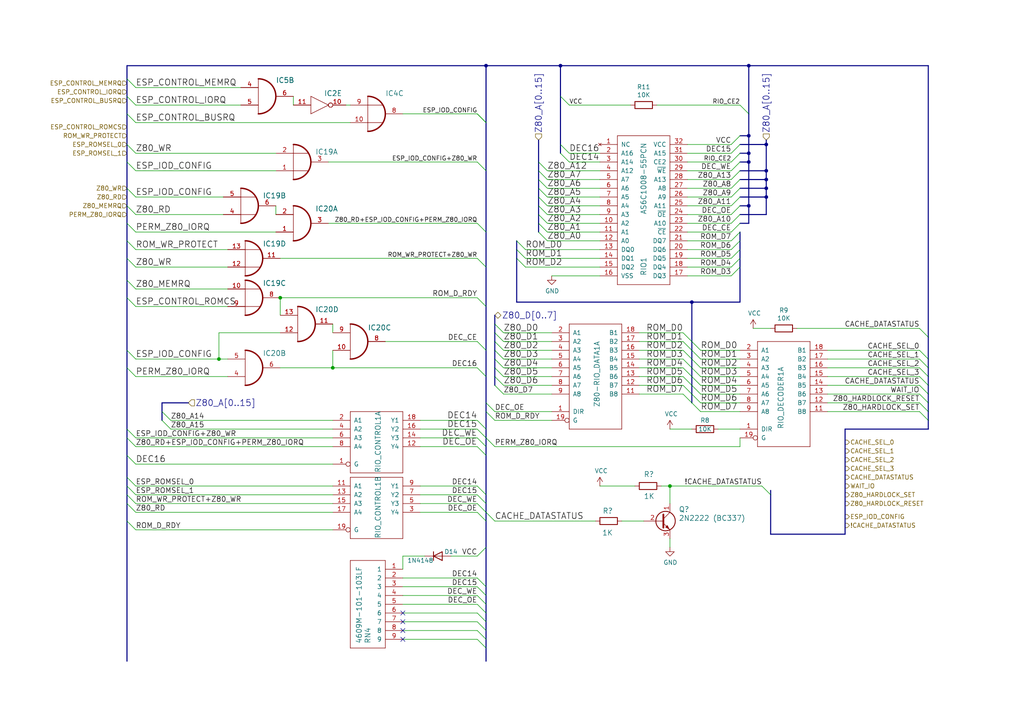
<source format=kicad_sch>
(kicad_sch (version 20230121) (generator eeschema)
  (paper "A4")
  (junction (at 217.17 39.37))
  (junction (at 222.25 57.15))
  (junction (at 217.17 19.05))
  (junction (at 217.17 59.69))
  (junction (at 222.25 49.53))
  (junction (at 96.52 106.68))
  (junction (at 217.17 44.45))
  (junction (at 81.28 86.36))
  (junction (at 222.25 54.61))
  (junction (at 140.97 19.05))
  (junction (at 200.66 87.63))
  (junction (at 194.31 140.97))
  (junction (at 63.5 104.14))
  (junction (at 222.25 52.07))
  (junction (at 222.25 41.91))
  (junction (at 217.17 46.99))
  (junction (at 162.56 19.05))
  (no_connect (at 116.84 182.88))
  (no_connect (at 116.84 177.8))
  (no_connect (at 116.84 185.42))
  (no_connect (at 116.84 180.34))
  (bus_entry (at 138.43 129.54) (size 2.54 2.54))
  (bus_entry (at 156.21 46.99) (size 2.54 2.54))
  (bus_entry (at 138.43 46.99) (size 2.54 2.54))
  (bus_entry (at 36.83 101.6) (size 2.54 2.54))
  (bus_entry (at 39.37 67.31) (size -2.54 -2.54))
  (bus_entry (at 200.66 104.14) (size 2.54 2.54))
  (bus_entry (at 156.21 62.23) (size 2.54 2.54))
  (bus_entry (at 212.09 46.99) (size 2.54 -2.54))
  (bus_entry (at 36.83 54.61) (size 2.54 2.54))
  (bus_entry (at 212.09 64.77) (size 2.54 -2.54))
  (bus_entry (at 212.09 80.01) (size 2.54 -2.54))
  (bus_entry (at 143.51 99.06) (size 2.54 2.54))
  (bus_entry (at 266.7 116.84) (size 2.54 2.54))
  (bus_entry (at 200.66 111.76) (size 2.54 2.54))
  (bus_entry (at 162.56 41.91) (size 2.54 2.54))
  (bus_entry (at 156.21 57.15) (size 2.54 2.54))
  (bus_entry (at 36.83 132.08) (size 2.54 2.54))
  (bus_entry (at 138.43 33.02) (size 2.54 2.54))
  (bus_entry (at 212.09 74.93) (size 2.54 -2.54))
  (bus_entry (at 138.43 146.05) (size 2.54 2.54))
  (bus_entry (at 214.63 30.48) (size 2.54 2.54))
  (bus_entry (at 143.51 111.76) (size 2.54 2.54))
  (bus_entry (at 212.09 44.45) (size 2.54 -2.54))
  (bus_entry (at 200.66 106.68) (size 2.54 2.54))
  (bus_entry (at 138.43 74.93) (size 2.54 2.54))
  (bus_entry (at 149.86 69.85) (size 2.54 2.54))
  (bus_entry (at 149.86 74.93) (size 2.54 2.54))
  (bus_entry (at 212.09 52.07) (size 2.54 -2.54))
  (bus_entry (at 200.66 109.22) (size 2.54 2.54))
  (bus_entry (at 140.97 170.18) (size -2.54 -2.54))
  (bus_entry (at 36.83 69.85) (size 2.54 2.54))
  (bus_entry (at 140.97 119.38) (size 2.54 2.54))
  (bus_entry (at 266.7 104.14) (size 2.54 2.54))
  (bus_entry (at 140.97 88.9) (size -2.54 -2.54))
  (bus_entry (at 266.7 111.76) (size 2.54 2.54))
  (bus_entry (at 212.09 72.39) (size 2.54 -2.54))
  (bus_entry (at 36.83 106.68) (size 2.54 2.54))
  (bus_entry (at 200.66 116.84) (size 2.54 2.54))
  (bus_entry (at 266.7 119.38) (size 2.54 2.54))
  (bus_entry (at 156.21 64.77) (size 2.54 2.54))
  (bus_entry (at 140.97 177.8) (size -2.54 -2.54))
  (bus_entry (at 36.83 74.93) (size 2.54 2.54))
  (bus_entry (at 198.12 104.14) (size 2.54 2.54))
  (bus_entry (at 198.12 106.68) (size 2.54 2.54))
  (bus_entry (at 200.66 114.3) (size 2.54 2.54))
  (bus_entry (at 140.97 109.22) (size -2.54 -2.54))
  (bus_entry (at 140.97 127) (size 2.54 2.54))
  (bus_entry (at 140.97 175.26) (size -2.54 -2.54))
  (bus_entry (at 266.7 106.68) (size 2.54 2.54))
  (bus_entry (at 143.51 106.68) (size 2.54 2.54))
  (bus_entry (at 138.43 148.59) (size 2.54 2.54))
  (bus_entry (at 140.97 116.84) (size 2.54 2.54))
  (bus_entry (at 212.09 77.47) (size 2.54 -2.54))
  (bus_entry (at 156.21 49.53) (size 2.54 2.54))
  (bus_entry (at 36.83 86.36) (size 2.54 2.54))
  (bus_entry (at 143.51 109.22) (size 2.54 2.54))
  (bus_entry (at 198.12 109.22) (size 2.54 2.54))
  (bus_entry (at 143.51 93.98) (size 2.54 2.54))
  (bus_entry (at 138.43 99.06) (size 2.54 2.54))
  (bus_entry (at 266.7 101.6) (size 2.54 2.54))
  (bus_entry (at 156.21 59.69) (size 2.54 2.54))
  (bus_entry (at 46.99 119.38) (size 2.54 2.54))
  (bus_entry (at 46.99 121.92) (size 2.54 2.54))
  (bus_entry (at 198.12 99.06) (size 2.54 2.54))
  (bus_entry (at 212.09 67.31) (size 2.54 -2.54))
  (bus_entry (at 162.56 27.94) (size 2.54 2.54))
  (bus_entry (at 198.12 101.6) (size 2.54 2.54))
  (bus_entry (at 143.51 101.6) (size 2.54 2.54))
  (bus_entry (at 266.7 109.22) (size 2.54 2.54))
  (bus_entry (at 156.21 67.31) (size 2.54 2.54))
  (bus_entry (at 36.83 127) (size 2.54 2.54))
  (bus_entry (at 138.43 127) (size 2.54 2.54))
  (bus_entry (at 198.12 114.3) (size 2.54 2.54))
  (bus_entry (at 138.43 64.77) (size 2.54 2.54))
  (bus_entry (at 36.83 41.91) (size 2.54 2.54))
  (bus_entry (at 140.97 180.34) (size -2.54 -2.54))
  (bus_entry (at 36.83 140.97) (size 2.54 2.54))
  (bus_entry (at 200.66 99.06) (size 2.54 2.54))
  (bus_entry (at 140.97 182.88) (size -2.54 -2.54))
  (bus_entry (at 138.43 121.92) (size 2.54 2.54))
  (bus_entry (at 266.7 95.25) (size 2.54 2.54))
  (bus_entry (at 212.09 59.69) (size 2.54 -2.54))
  (bus_entry (at 138.43 140.97) (size 2.54 2.54))
  (bus_entry (at 143.51 96.52) (size 2.54 2.54))
  (bus_entry (at 156.21 52.07) (size 2.54 2.54))
  (bus_entry (at 36.83 146.05) (size 2.54 2.54))
  (bus_entry (at 138.43 33.02) (size 2.54 2.54))
  (bus_entry (at 36.83 27.94) (size 2.54 2.54))
  (bus_entry (at 36.83 138.43) (size 2.54 2.54))
  (bus_entry (at 223.52 143.51) (size -2.54 -2.54))
  (bus_entry (at 140.97 148.59) (size 2.54 2.54))
  (bus_entry (at 143.51 104.14) (size 2.54 2.54))
  (bus_entry (at 266.7 114.3) (size 2.54 2.54))
  (bus_entry (at 212.09 54.61) (size 2.54 -2.54))
  (bus_entry (at 140.97 172.72) (size -2.54 -2.54))
  (bus_entry (at 138.43 161.29) (size 2.54 -2.54))
  (bus_entry (at 200.66 101.6) (size 2.54 2.54))
  (bus_entry (at 36.83 46.99) (size 2.54 2.54))
  (bus_entry (at 212.09 69.85) (size 2.54 -2.54))
  (bus_entry (at 162.56 44.45) (size 2.54 2.54))
  (bus_entry (at 198.12 96.52) (size 2.54 2.54))
  (bus_entry (at 140.97 185.42) (size -2.54 -2.54))
  (bus_entry (at 212.09 57.15) (size 2.54 -2.54))
  (bus_entry (at 36.83 22.86) (size 2.54 2.54))
  (bus_entry (at 156.21 54.61) (size 2.54 2.54))
  (bus_entry (at 212.09 41.91) (size 2.54 -2.54))
  (bus_entry (at 138.43 143.51) (size 2.54 2.54))
  (bus_entry (at 198.12 111.76) (size 2.54 2.54))
  (bus_entry (at 140.97 187.96) (size -2.54 -2.54))
  (bus_entry (at 212.09 62.23) (size 2.54 -2.54))
  (bus_entry (at 39.37 83.82) (size -2.54 -2.54))
  (bus_entry (at 36.83 59.69) (size 2.54 2.54))
  (bus_entry (at 36.83 124.46) (size 2.54 2.54))
  (bus_entry (at 149.86 72.39) (size 2.54 2.54))
  (bus_entry (at 36.83 33.02) (size 2.54 2.54))
  (bus_entry (at 212.09 49.53) (size 2.54 -2.54))
  (bus_entry (at 138.43 124.46) (size 2.54 2.54))
  (bus_entry (at 36.83 143.51) (size 2.54 2.54))
  (bus_entry (at 36.83 151.13) (size 2.54 2.54))
  (wire (pts (xy 64.77 57.15) (xy 39.37 57.15)))
  (bus (pts (xy 217.17 19.05) (xy 217.17 33.02)))
  (wire (pts (xy 101.6 35.56) (xy 39.37 35.56)))
  (wire (pts (xy 214.63 109.22) (xy 203.2 109.22)))
  (bus (pts (xy 269.24 121.92) (xy 269.24 124.46)))
  (wire (pts (xy 165.1 44.45) (xy 173.99 44.45)))
  (wire (pts (xy 160.02 109.22) (xy 146.05 109.22)))
  (wire (pts (xy 121.92 146.05) (xy 138.43 146.05)))
  (bus (pts (xy 36.83 22.86) (xy 36.83 27.94)))
  (bus (pts (xy 143.51 96.52) (xy 143.51 99.06)))
  (wire (pts (xy 214.63 111.76) (xy 203.2 111.76)))
  (wire (pts (xy 80.01 49.53) (xy 39.37 49.53)))
  (wire (pts (xy 138.43 106.68) (xy 96.52 106.68)))
  (wire (pts (xy 116.84 161.29) (xy 116.84 165.1)))
  (bus (pts (xy 269.24 104.14) (xy 269.24 106.68)))
  (bus (pts (xy 140.97 49.53) (xy 140.97 67.31)))
  (bus (pts (xy 162.56 27.94) (xy 162.56 41.91)))
  (bus (pts (xy 140.97 187.96) (xy 140.97 191.77)))
  (wire (pts (xy 185.42 106.68) (xy 198.12 106.68)))
  (bus (pts (xy 149.86 69.85) (xy 149.86 72.39)))
  (bus (pts (xy 140.97 177.8) (xy 140.97 180.34)))
  (wire (pts (xy 121.92 127) (xy 138.43 127)))
  (wire (pts (xy 165.1 30.48) (xy 182.88 30.48)))
  (bus (pts (xy 143.51 104.14) (xy 143.51 106.68)))
  (wire (pts (xy 116.84 185.42) (xy 138.43 185.42)))
  (bus (pts (xy 149.86 72.39) (xy 149.86 74.93)))
  (bus (pts (xy 269.24 111.76) (xy 269.24 114.3)))
  (bus (pts (xy 156.21 59.69) (xy 156.21 62.23)))
  (wire (pts (xy 185.42 109.22) (xy 198.12 109.22)))
  (wire (pts (xy 96.52 93.98) (xy 96.52 96.52)))
  (bus (pts (xy 36.83 101.6) (xy 36.83 106.68)))
  (bus (pts (xy 223.52 142.24) (xy 223.52 143.51)))
  (wire (pts (xy 214.63 106.68) (xy 203.2 106.68)))
  (bus (pts (xy 36.83 19.05) (xy 36.83 22.86)))
  (bus (pts (xy 140.97 109.22) (xy 140.97 116.84)))
  (wire (pts (xy 185.42 101.6) (xy 198.12 101.6)))
  (bus (pts (xy 140.97 148.59) (xy 140.97 151.13)))
  (bus (pts (xy 200.66 87.63) (xy 149.86 87.63)))
  (bus (pts (xy 156.21 57.15) (xy 156.21 59.69)))
  (wire (pts (xy 199.39 80.01) (xy 212.09 80.01)))
  (wire (pts (xy 199.39 72.39) (xy 212.09 72.39)))
  (bus (pts (xy 36.83 138.43) (xy 36.83 140.97)))
  (wire (pts (xy 212.09 64.77) (xy 199.39 64.77)))
  (wire (pts (xy 173.99 52.07) (xy 158.75 52.07)))
  (bus (pts (xy 156.21 46.99) (xy 156.21 49.53)))
  (bus (pts (xy 162.56 41.91) (xy 162.56 44.45)))
  (bus (pts (xy 214.63 54.61) (xy 222.25 54.61)))
  (wire (pts (xy 66.04 88.9) (xy 39.37 88.9)))
  (bus (pts (xy 214.63 72.39) (xy 214.63 74.93)))
  (wire (pts (xy 95.25 46.99) (xy 138.43 46.99)))
  (bus (pts (xy 140.97 19.05) (xy 36.83 19.05)))
  (wire (pts (xy 190.5 30.48) (xy 214.63 30.48)))
  (wire (pts (xy 121.92 121.92) (xy 138.43 121.92)))
  (wire (pts (xy 185.42 104.14) (xy 198.12 104.14)))
  (wire (pts (xy 143.51 129.54) (xy 214.63 129.54)))
  (wire (pts (xy 191.77 140.97) (xy 194.31 140.97)))
  (wire (pts (xy 194.31 146.05) (xy 194.31 140.97)))
  (bus (pts (xy 214.63 69.85) (xy 214.63 72.39)))
  (wire (pts (xy 66.04 83.82) (xy 39.37 83.82)))
  (bus (pts (xy 36.83 27.94) (xy 36.83 33.02)))
  (wire (pts (xy 173.99 49.53) (xy 158.75 49.53)))
  (wire (pts (xy 240.03 106.68) (xy 266.7 106.68)))
  (wire (pts (xy 223.52 95.25) (xy 218.44 95.25)))
  (bus (pts (xy 245.11 124.46) (xy 245.11 154.94)))
  (bus (pts (xy 140.97 185.42) (xy 140.97 187.96)))
  (wire (pts (xy 199.39 54.61) (xy 212.09 54.61)))
  (bus (pts (xy 140.97 151.13) (xy 140.97 158.75)))
  (wire (pts (xy 173.99 72.39) (xy 152.4 72.39)))
  (wire (pts (xy 81.28 96.52) (xy 63.5 96.52)))
  (wire (pts (xy 63.5 104.14) (xy 39.37 104.14)))
  (bus (pts (xy 140.97 127) (xy 140.97 129.54)))
  (bus (pts (xy 156.21 52.07) (xy 156.21 54.61)))
  (wire (pts (xy 121.92 124.46) (xy 138.43 124.46)))
  (bus (pts (xy 223.52 143.51) (xy 223.52 154.94)))
  (wire (pts (xy 173.99 54.61) (xy 158.75 54.61)))
  (bus (pts (xy 214.63 64.77) (xy 217.17 64.77)))
  (bus (pts (xy 222.25 49.53) (xy 222.25 52.07)))
  (bus (pts (xy 140.97 35.56) (xy 140.97 49.53)))
  (bus (pts (xy 140.97 129.54) (xy 140.97 132.08)))
  (wire (pts (xy 160.02 99.06) (xy 146.05 99.06)))
  (bus (pts (xy 149.86 74.93) (xy 149.86 87.63)))
  (bus (pts (xy 214.63 74.93) (xy 214.63 77.47)))
  (wire (pts (xy 240.03 116.84) (xy 266.7 116.84)))
  (wire (pts (xy 116.84 180.34) (xy 138.43 180.34)))
  (wire (pts (xy 185.42 111.76) (xy 198.12 111.76)))
  (bus (pts (xy 140.97 124.46) (xy 140.97 127)))
  (wire (pts (xy 160.02 111.76) (xy 146.05 111.76)))
  (bus (pts (xy 36.83 41.91) (xy 36.83 46.99)))
  (wire (pts (xy 173.99 46.99) (xy 165.1 46.99)))
  (wire (pts (xy 185.42 99.06) (xy 198.12 99.06)))
  (wire (pts (xy 39.37 153.67) (xy 96.52 153.67)))
  (bus (pts (xy 269.24 106.68) (xy 269.24 109.22)))
  (bus (pts (xy 222.25 62.23) (xy 214.63 62.23)))
  (wire (pts (xy 173.99 59.69) (xy 158.75 59.69)))
  (wire (pts (xy 240.03 111.76) (xy 266.7 111.76)))
  (bus (pts (xy 36.83 151.13) (xy 36.83 191.77)))
  (wire (pts (xy 64.77 62.23) (xy 39.37 62.23)))
  (bus (pts (xy 36.83 86.36) (xy 36.83 101.6)))
  (bus (pts (xy 214.63 59.69) (xy 217.17 59.69)))
  (wire (pts (xy 95.25 64.77) (xy 138.43 64.77)))
  (bus (pts (xy 36.83 140.97) (xy 36.83 143.51)))
  (bus (pts (xy 269.24 109.22) (xy 269.24 111.76)))
  (bus (pts (xy 140.97 132.08) (xy 140.97 143.51)))
  (bus (pts (xy 36.83 146.05) (xy 36.83 151.13)))
  (wire (pts (xy 138.43 170.18) (xy 116.84 170.18)))
  (bus (pts (xy 36.83 59.69) (xy 36.83 64.77)))
  (wire (pts (xy 130.81 161.29) (xy 138.43 161.29)))
  (wire (pts (xy 138.43 175.26) (xy 116.84 175.26)))
  (bus (pts (xy 214.63 44.45) (xy 217.17 44.45)))
  (bus (pts (xy 36.83 64.77) (xy 36.83 69.85)))
  (bus (pts (xy 46.99 116.84) (xy 46.99 119.38)))
  (bus (pts (xy 156.21 49.53) (xy 156.21 52.07)))
  (wire (pts (xy 199.39 62.23) (xy 212.09 62.23)))
  (wire (pts (xy 180.34 151.13) (xy 186.69 151.13)))
  (bus (pts (xy 36.83 81.28) (xy 36.83 86.36)))
  (bus (pts (xy 223.52 154.94) (xy 245.11 154.94)))
  (bus (pts (xy 214.63 87.63) (xy 200.66 87.63)))
  (bus (pts (xy 140.97 19.05) (xy 162.56 19.05)))
  (bus (pts (xy 140.97 143.51) (xy 140.97 146.05)))
  (bus (pts (xy 200.66 109.22) (xy 200.66 111.76)))
  (wire (pts (xy 214.63 104.14) (xy 203.2 104.14)))
  (bus (pts (xy 140.97 19.05) (xy 140.97 35.56)))
  (bus (pts (xy 217.17 46.99) (xy 217.17 59.69)))
  (wire (pts (xy 240.03 119.38) (xy 266.7 119.38)))
  (bus (pts (xy 140.97 101.6) (xy 140.97 109.22)))
  (wire (pts (xy 160.02 119.38) (xy 143.51 119.38)))
  (wire (pts (xy 39.37 67.31) (xy 80.01 67.31)))
  (wire (pts (xy 39.37 127) (xy 96.52 127)))
  (bus (pts (xy 200.66 87.63) (xy 200.66 99.06)))
  (wire (pts (xy 39.37 25.4) (xy 69.85 25.4)))
  (wire (pts (xy 39.37 146.05) (xy 96.52 146.05)))
  (wire (pts (xy 199.39 46.99) (xy 212.09 46.99)))
  (bus (pts (xy 140.97 170.18) (xy 140.97 172.72)))
  (wire (pts (xy 85.09 27.94) (xy 85.09 30.48)))
  (wire (pts (xy 199.39 69.85) (xy 212.09 69.85)))
  (wire (pts (xy 80.01 59.69) (xy 80.01 62.23)))
  (wire (pts (xy 80.01 44.45) (xy 39.37 44.45)))
  (bus (pts (xy 269.24 19.05) (xy 269.24 97.79)))
  (wire (pts (xy 143.51 151.13) (xy 172.72 151.13)))
  (bus (pts (xy 46.99 119.38) (xy 46.99 121.92)))
  (bus (pts (xy 140.97 119.38) (xy 140.97 124.46)))
  (bus (pts (xy 156.21 64.77) (xy 156.21 67.31)))
  (wire (pts (xy 96.52 143.51) (xy 39.37 143.51)))
  (wire (pts (xy 194.31 158.75) (xy 194.31 156.21)))
  (bus (pts (xy 156.21 40.64) (xy 156.21 46.99)))
  (bus (pts (xy 214.63 77.47) (xy 214.63 87.63)))
  (wire (pts (xy 138.43 86.36) (xy 81.28 86.36)))
  (wire (pts (xy 96.52 106.68) (xy 96.52 101.6)))
  (bus (pts (xy 200.66 99.06) (xy 200.66 101.6)))
  (bus (pts (xy 222.25 41.91) (xy 222.25 49.53)))
  (wire (pts (xy 66.04 72.39) (xy 39.37 72.39)))
  (bus (pts (xy 269.24 116.84) (xy 269.24 119.38)))
  (wire (pts (xy 160.02 101.6) (xy 146.05 101.6)))
  (bus (pts (xy 156.21 62.23) (xy 156.21 64.77)))
  (wire (pts (xy 214.63 101.6) (xy 203.2 101.6)))
  (wire (pts (xy 123.19 161.29) (xy 116.84 161.29)))
  (wire (pts (xy 214.63 127) (xy 214.63 129.54)))
  (wire (pts (xy 116.84 182.88) (xy 138.43 182.88)))
  (bus (pts (xy 140.97 180.34) (xy 140.97 182.88)))
  (bus (pts (xy 217.17 39.37) (xy 217.17 44.45)))
  (bus (pts (xy 140.97 146.05) (xy 140.97 148.59)))
  (bus (pts (xy 140.97 88.9) (xy 140.97 101.6)))
  (bus (pts (xy 143.51 106.68) (xy 143.51 109.22)))
  (wire (pts (xy 160.02 106.68) (xy 146.05 106.68)))
  (bus (pts (xy 200.66 101.6) (xy 200.66 104.14)))
  (wire (pts (xy 199.39 59.69) (xy 212.09 59.69)))
  (wire (pts (xy 116.84 33.02) (xy 138.43 33.02)))
  (wire (pts (xy 173.99 57.15) (xy 158.75 57.15)))
  (bus (pts (xy 140.97 175.26) (xy 140.97 177.8)))
  (wire (pts (xy 173.99 69.85) (xy 158.75 69.85)))
  (wire (pts (xy 66.04 104.14) (xy 63.5 104.14)))
  (wire (pts (xy 173.99 77.47) (xy 152.4 77.47)))
  (wire (pts (xy 160.02 104.14) (xy 146.05 104.14)))
  (wire (pts (xy 39.37 129.54) (xy 96.52 129.54)))
  (wire (pts (xy 63.5 96.52) (xy 63.5 104.14)))
  (wire (pts (xy 199.39 41.91) (xy 212.09 41.91)))
  (bus (pts (xy 222.25 54.61) (xy 222.25 57.15)))
  (bus (pts (xy 36.83 74.93) (xy 36.83 81.28)))
  (bus (pts (xy 222.25 57.15) (xy 222.25 62.23)))
  (wire (pts (xy 96.52 148.59) (xy 39.37 148.59)))
  (bus (pts (xy 36.83 143.51) (xy 36.83 146.05)))
  (wire (pts (xy 96.52 121.92) (xy 49.53 121.92)))
  (wire (pts (xy 212.09 52.07) (xy 199.39 52.07)))
  (bus (pts (xy 214.63 57.15) (xy 222.25 57.15)))
  (bus (pts (xy 222.25 40.64) (xy 222.25 41.91)))
  (wire (pts (xy 173.99 80.01) (xy 160.02 80.01)))
  (bus (pts (xy 140.97 182.88) (xy 140.97 185.42)))
  (bus (pts (xy 143.51 109.22) (xy 143.51 111.76)))
  (bus (pts (xy 140.97 172.72) (xy 140.97 175.26)))
  (bus (pts (xy 36.83 124.46) (xy 36.83 127)))
  (bus (pts (xy 214.63 46.99) (xy 217.17 46.99)))
  (bus (pts (xy 200.66 106.68) (xy 200.66 109.22)))
  (wire (pts (xy 240.03 101.6) (xy 266.7 101.6)))
  (wire (pts (xy 214.63 119.38) (xy 203.2 119.38)))
  (wire (pts (xy 199.39 74.93) (xy 212.09 74.93)))
  (bus (pts (xy 214.63 52.07) (xy 222.25 52.07)))
  (bus (pts (xy 217.17 19.05) (xy 269.24 19.05)))
  (bus (pts (xy 200.66 114.3) (xy 200.66 116.84)))
  (bus (pts (xy 162.56 19.05) (xy 162.56 27.94)))
  (bus (pts (xy 36.83 46.99) (xy 36.83 54.61)))
  (bus (pts (xy 269.24 124.46) (xy 245.11 124.46)))
  (wire (pts (xy 214.63 116.84) (xy 203.2 116.84)))
  (wire (pts (xy 231.14 95.25) (xy 266.7 95.25)))
  (bus (pts (xy 214.63 41.91) (xy 222.25 41.91)))
  (wire (pts (xy 39.37 134.62) (xy 96.52 134.62)))
  (bus (pts (xy 46.99 116.84) (xy 54.61 116.84)))
  (bus (pts (xy 143.51 99.06) (xy 143.51 101.6)))
  (bus (pts (xy 217.17 44.45) (xy 217.17 46.99)))
  (bus (pts (xy 200.66 104.14) (xy 200.66 106.68)))
  (wire (pts (xy 160.02 121.92) (xy 143.51 121.92)))
  (wire (pts (xy 96.52 124.46) (xy 49.53 124.46)))
  (wire (pts (xy 81.28 106.68) (xy 96.52 106.68)))
  (bus (pts (xy 214.63 49.53) (xy 222.25 49.53)))
  (wire (pts (xy 185.42 96.52) (xy 198.12 96.52)))
  (wire (pts (xy 121.92 143.51) (xy 138.43 143.51)))
  (bus (pts (xy 140.97 158.75) (xy 140.97 170.18)))
  (bus (pts (xy 200.66 111.76) (xy 200.66 114.3)))
  (wire (pts (xy 160.02 114.3) (xy 146.05 114.3)))
  (bus (pts (xy 36.83 132.08) (xy 36.83 138.43)))
  (wire (pts (xy 138.43 172.72) (xy 116.84 172.72)))
  (wire (pts (xy 240.03 109.22) (xy 266.7 109.22)))
  (wire (pts (xy 185.42 114.3) (xy 198.12 114.3)))
  (wire (pts (xy 121.92 148.59) (xy 138.43 148.59)))
  (wire (pts (xy 66.04 77.47) (xy 39.37 77.47)))
  (bus (pts (xy 36.83 106.68) (xy 36.83 124.46)))
  (bus (pts (xy 140.97 77.47) (xy 140.97 88.9)))
  (bus (pts (xy 36.83 33.02) (xy 36.83 41.91)))
  (wire (pts (xy 173.99 64.77) (xy 158.75 64.77)))
  (bus (pts (xy 217.17 33.02) (xy 217.17 39.37)))
  (wire (pts (xy 173.99 62.23) (xy 158.75 62.23)))
  (wire (pts (xy 138.43 167.64) (xy 116.84 167.64)))
  (wire (pts (xy 240.03 114.3) (xy 266.7 114.3)))
  (bus (pts (xy 36.83 69.85) (xy 36.83 74.93)))
  (bus (pts (xy 143.51 91.44) (xy 143.51 93.98)))
  (wire (pts (xy 199.39 44.45) (xy 212.09 44.45)))
  (bus (pts (xy 143.51 101.6) (xy 143.51 104.14)))
  (wire (pts (xy 96.52 140.97) (xy 39.37 140.97)))
  (wire (pts (xy 116.84 177.8) (xy 138.43 177.8)))
  (wire (pts (xy 160.02 96.52) (xy 146.05 96.52)))
  (wire (pts (xy 240.03 104.14) (xy 266.7 104.14)))
  (bus (pts (xy 214.63 39.37) (xy 217.17 39.37)))
  (wire (pts (xy 173.99 140.97) (xy 184.15 140.97)))
  (wire (pts (xy 199.39 77.47) (xy 212.09 77.47)))
  (wire (pts (xy 173.99 74.93) (xy 152.4 74.93)))
  (wire (pts (xy 220.98 140.97) (xy 194.31 140.97)))
  (bus (pts (xy 156.21 54.61) (xy 156.21 57.15)))
  (wire (pts (xy 173.99 67.31) (xy 158.75 67.31)))
  (wire (pts (xy 212.09 57.15) (xy 199.39 57.15)))
  (wire (pts (xy 138.43 99.06) (xy 111.76 99.06)))
  (bus (pts (xy 36.83 127) (xy 36.83 132.08)))
  (bus (pts (xy 36.83 54.61) (xy 36.83 59.69)))
  (bus (pts (xy 214.63 67.31) (xy 214.63 69.85)))
  (bus (pts (xy 143.51 93.98) (xy 143.51 96.52)))
  (wire (pts (xy 100.33 30.48) (xy 101.6 30.48)))
  (bus (pts (xy 269.24 119.38) (xy 269.24 121.92)))
  (wire (pts (xy 199.39 67.31) (xy 212.09 67.31)))
  (wire (pts (xy 66.04 109.22) (xy 39.37 109.22)))
  (bus (pts (xy 269.24 114.3) (xy 269.24 116.84)))
  (wire (pts (xy 208.28 124.46) (xy 214.63 124.46)))
  (bus (pts (xy 217.17 59.69) (xy 217.17 64.77)))
  (wire (pts (xy 81.28 91.44) (xy 81.28 86.36)))
  (wire (pts (xy 121.92 129.54) (xy 138.43 129.54)))
  (wire (pts (xy 121.92 140.97) (xy 138.43 140.97)))
  (bus (pts (xy 140.97 116.84) (xy 140.97 119.38)))
  (wire (pts (xy 81.28 74.93) (xy 138.43 74.93)))
  (bus (pts (xy 269.24 97.79) (xy 269.24 104.14)))
  (bus (pts (xy 140.97 67.31) (xy 140.97 77.47)))
  (wire (pts (xy 214.63 114.3) (xy 203.2 114.3)))
  (bus (pts (xy 222.25 52.07) (xy 222.25 54.61)))
  (wire (pts (xy 199.39 49.53) (xy 212.09 49.53)))
  (bus (pts (xy 162.56 19.05) (xy 217.17 19.05)))
  (wire (pts (xy 194.31 124.46) (xy 200.66 124.46)))
  (wire (pts (xy 69.85 30.48) (xy 39.37 30.48)))
  (label "ESP_IOD_CONFIG" (at 39.37 57.15 0) (effects (font (size 1.778 1.778))))
  (label "DEC15" (at 212.09 44.45 180) (effects (font (size 1.4986 1.4986))))
  (label "CACHE_DATASTATUS" (at 143.51 151.13 0) (effects (font (size 1.778 1.778))))
  (label "Z80_D0" (at 146.05 96.52 0) (effects (font (size 1.778 1.778))))
  (label "Z80_A7" (at 158.75 52.07 0) (effects (font (size 1.778 1.778))))
  (label "ESP_CONTROL_MEMRQ" (at 39.37 25.4 0) (effects (font (size 1.778 1.778))))
  (label "ROM_D1" (at 198.12 99.06 180) (effects (font (size 1.778 1.778))))
  (label "Z80_HARDLOCK_RESET" (at 266.7 116.84 180) (effects (font (size 1.4986 1.4986))))
  (label "ROM_D2" (at 152.4 77.47 0) (effects (font (size 1.778 1.778))))
  (label "ROM_D6" (at 203.2 116.84 0) (effects (font (size 1.778 1.778))))
  (label "ESP_IOD_CONFIG" (at 138.43 33.02 180))
  (label "ESP_CONTROL_ROMCS" (at 39.37 88.9 0) (effects (font (size 1.778 1.778))))
  (label "VCC" (at 212.09 41.91 180) (effects (font (size 1.4986 1.4986))))
  (label "ROM_D0" (at 198.12 96.52 180) (effects (font (size 1.778 1.778))))
  (label "CACHE_SEL_3" (at 266.7 109.22 180) (effects (font (size 1.4986 1.4986))))
  (label "ROM_D1" (at 152.4 74.93 0) (effects (font (size 1.778 1.778))))
  (label "ESP_IOD_CONFIG" (at 39.37 104.14 0) (effects (font (size 1.778 1.778))))
  (label "Z80_D5" (at 146.05 109.22 0) (effects (font (size 1.778 1.778))))
  (label "DEC_WE" (at 138.43 172.72 180) (effects (font (size 1.4986 1.4986))))
  (label "Z80_RD+ESP_IOD_CONFIG+PERM_Z80_IORQ" (at 138.43 64.77 180))
  (label "ROM_D6" (at 212.09 72.39 180) (effects (font (size 1.4986 1.4986))))
  (label "ROM_D1" (at 203.2 104.14 0) (effects (font (size 1.778 1.778))))
  (label "DEC14" (at 138.43 140.97 180) (effects (font (size 1.4986 1.4986))))
  (label "ESP_CONTROL_BUSRQ" (at 39.37 35.56 0) (effects (font (size 1.778 1.778))))
  (label "Z80_A15" (at 49.53 124.46 0) (effects (font (size 1.4986 1.4986))))
  (label "Z80_A8" (at 212.09 54.61 180) (effects (font (size 1.4986 1.4986))))
  (label "ROM_D3" (at 203.2 109.22 0) (effects (font (size 1.778 1.778))))
  (label "VCC" (at 165.1 30.48 0))
  (label "Z80_WR" (at 39.37 44.45 0) (effects (font (size 1.778 1.778))))
  (label "Z80_A3" (at 158.75 62.23 0) (effects (font (size 1.778 1.778))))
  (label "ROM_D5" (at 212.09 74.93 180) (effects (font (size 1.4986 1.4986))))
  (label "DEC_CE" (at 138.43 99.06 180) (effects (font (size 1.4986 1.4986))))
  (label "ESP_ROMSEL_0" (at 39.37 140.97 0) (effects (font (size 1.4986 1.4986))))
  (label "DEC16" (at 138.43 106.68 180) (effects (font (size 1.4986 1.4986))))
  (label "DEC14" (at 165.1 46.99 0) (effects (font (size 1.778 1.778))))
  (label "WAIT_IO" (at 266.7 114.3 180) (effects (font (size 1.4986 1.4986))))
  (label "Z80_A9" (at 212.09 57.15 180) (effects (font (size 1.4986 1.4986))))
  (label "DEC_OE" (at 212.09 62.23 180) (effects (font (size 1.4986 1.4986))))
  (label "CACHE_DATASTATUS" (at 266.7 111.76 180) (effects (font (size 1.4986 1.4986))))
  (label "ROM_D_RDY" (at 143.51 121.92 0) (effects (font (size 1.4986 1.4986))))
  (label "DEC_WE" (at 138.43 146.05 180) (effects (font (size 1.4986 1.4986))))
  (label "Z80_A11" (at 212.09 59.69 180) (effects (font (size 1.4986 1.4986))))
  (label "DEC15" (at 138.43 143.51 180) (effects (font (size 1.4986 1.4986))))
  (label "Z80_D2" (at 146.05 101.6 0) (effects (font (size 1.778 1.778))))
  (label "Z80_D3" (at 146.05 104.14 0) (effects (font (size 1.778 1.778))))
  (label "ROM_D_RDY" (at 39.37 153.67 0) (effects (font (size 1.4986 1.4986))))
  (label "DEC14" (at 138.43 121.92 180) (effects (font (size 1.778 1.778))))
  (label "Z80_A12" (at 158.75 49.53 0) (effects (font (size 1.778 1.778))))
  (label "Z80_D1" (at 146.05 99.06 0) (effects (font (size 1.778 1.778))))
  (label "Z80_D4" (at 146.05 106.68 0) (effects (font (size 1.778 1.778))))
  (label "Z80_MEMRQ" (at 39.37 83.82 0) (effects (font (size 1.778 1.778))))
  (label "Z80_A4" (at 158.75 59.69 0) (effects (font (size 1.778 1.778))))
  (label "ROM_D4" (at 198.12 106.68 180) (effects (font (size 1.778 1.778))))
  (label "ROM_D0" (at 152.4 72.39 0) (effects (font (size 1.778 1.778))))
  (label "ROM_D_RDY" (at 138.43 86.36 180) (effects (font (size 1.4986 1.4986))))
  (label "PERM_Z80_IORQ" (at 39.37 67.31 0) (effects (font (size 1.778 1.778))))
  (label "ROM_D5" (at 198.12 109.22 180) (effects (font (size 1.778 1.778))))
  (label "DEC_OE" (at 138.43 129.54 180) (effects (font (size 1.778 1.778))))
  (label "DEC16" (at 39.37 134.62 0) (effects (font (size 1.778 1.778))))
  (label "DEC15" (at 138.43 170.18 180) (effects (font (size 1.4986 1.4986))))
  (label "Z80_A10" (at 212.09 64.77 180) (effects (font (size 1.4986 1.4986))))
  (label "Z80_A2" (at 158.75 64.77 0) (effects (font (size 1.778 1.778))))
  (label "Z80_A14" (at 49.53 121.92 0) (effects (font (size 1.4986 1.4986))))
  (label "Z80_A6" (at 158.75 54.61 0) (effects (font (size 1.778 1.778))))
  (label "ESP_IOD_CONFIG+Z80_WR" (at 39.37 127 0) (effects (font (size 1.4986 1.4986))))
  (label "ROM_D0" (at 203.2 101.6 0) (effects (font (size 1.778 1.778))))
  (label "ROM_D3" (at 198.12 104.14 180) (effects (font (size 1.778 1.778))))
  (label "VCC" (at 138.43 161.29 180) (effects (font (size 1.4986 1.4986))))
  (label "Z80_HARDLOCK_SET" (at 266.7 119.38 180) (effects (font (size 1.4986 1.4986))))
  (label "DEC15" (at 138.43 124.46 180) (effects (font (size 1.778 1.778))))
  (label "DEC_OE" (at 143.51 119.38 0) (effects (font (size 1.4986 1.4986))))
  (label "DEC16" (at 165.1 44.45 0) (effects (font (size 1.778 1.778))))
  (label "Z80_RD" (at 39.37 148.59 0) (effects (font (size 1.4986 1.4986))))
  (label "ROM_D2" (at 203.2 106.68 0) (effects (font (size 1.778 1.778))))
  (label "ESP_IOD_CONFIG+Z80_WR" (at 138.43 46.99 180))
  (label "ROM_D4" (at 212.09 77.47 180) (effects (font (size 1.4986 1.4986))))
  (label "Z80_RD" (at 39.37 62.23 0) (effects (font (size 1.778 1.778))))
  (label "CACHE_SEL_0" (at 266.7 101.6 180) (effects (font (size 1.4986 1.4986))))
  (label "Z80_A13" (at 212.09 52.07 180) (effects (font (size 1.4986 1.4986))))
  (label "Z80_A0" (at 158.75 69.85 0) (effects (font (size 1.778 1.778))))
  (label "ROM_WR_PROTECT+Z80_WR" (at 39.37 146.05 0) (effects (font (size 1.4986 1.4986))))
  (label "ROM_D7" (at 212.09 69.85 180) (effects (font (size 1.4986 1.4986))))
  (label "DEC_OE" (at 138.43 175.26 180) (effects (font (size 1.4986 1.4986))))
  (label "ROM_D4" (at 203.2 111.76 0) (effects (font (size 1.778 1.778))))
  (label "ROM_D7" (at 203.2 119.38 0) (effects (font (size 1.778 1.778))))
  (label "Z80_WR" (at 39.37 77.47 0) (effects (font (size 1.778 1.778))))
  (label "CACHE_SEL_1" (at 266.7 104.14 180) (effects (font (size 1.4986 1.4986))))
  (label "DEC14" (at 138.43 167.64 180) (effects (font (size 1.4986 1.4986))))
  (label "ROM_WR_PROTECT" (at 39.37 72.39 0) (effects (font (size 1.778 1.778))))
  (label "PERM_Z80_IORQ" (at 143.51 129.54 0) (effects (font (size 1.4986 1.4986))))
  (label "ROM_D6" (at 198.12 111.76 180) (effects (font (size 1.778 1.778))))
  (label "RIO_CE2" (at 214.63 30.48 180))
  (label "DEC_WE" (at 138.43 127 180) (effects (font (size 1.778 1.778))))
  (label "PERM_Z80_IORQ" (at 39.37 109.22 0) (effects (font (size 1.778 1.778))))
  (label "Z80_D7" (at 146.05 114.3 0) (effects (font (size 1.4986 1.4986))))
  (label "Z80_RD+ESP_IOD_CONFIG+PERM_Z80_IORQ" (at 39.37 129.54 0) (effects (font (size 1.4986 1.4986))))
  (label "DEC_CE" (at 212.09 67.31 180) (effects (font (size 1.4986 1.4986))))
  (label "DEC_WE" (at 212.09 49.53 180) (effects (font (size 1.4986 1.4986))))
  (label "ROM_D5" (at 203.2 114.3 0) (effects (font (size 1.778 1.778))))
  (label "!CACHE_DATASTATUS" (at 220.98 140.97 180) (effects (font (size 1.4986 1.4986))))
  (label "Z80_A1" (at 158.75 67.31 0) (effects (font (size 1.778 1.778))))
  (label "Z80_D6" (at 146.05 111.76 0) (effects (font (size 1.778 1.778))))
  (label "ROM_D7" (at 198.12 114.3 180) (effects (font (size 1.778 1.778))))
  (label "ROM_D3" (at 212.09 80.01 180) (effects (font (size 1.4986 1.4986))))
  (label "ROM_WR_PROTECT+Z80_WR" (at 138.43 74.93 180))
  (label "DEC_OE" (at 138.43 148.59 180) (effects (font (size 1.4986 1.4986))))
  (label "CACHE_DATASTATUS" (at 266.7 95.25 180) (effects (font (size 1.4986 1.4986))))
  (label "ESP_ROMSEL_1" (at 39.37 143.51 0) (effects (font (size 1.4986 1.4986))))
  (label "CACHE_SEL_2" (at 266.7 106.68 180) (effects (font (size 1.4986 1.4986))))
  (label "ESP_CONTROL_IORQ" (at 39.37 30.48 0) (effects (font (size 1.778 1.778))))
  (label "ROM_D2" (at 198.12 101.6 180) (effects (font (size 1.778 1.778))))
  (label "RIO_CE2" (at 212.09 46.99 180))
  (label "ESP_IOD_CONFIG" (at 39.37 49.53 0) (effects (font (size 1.778 1.778))))
  (label "Z80_A5" (at 158.75 57.15 0) (effects (font (size 1.778 1.778))))
  (hierarchical_label "Z80_A[0..15]" (shape input) (at 156.21 40.64 90) (effects (font (size 1.8034 1.8034))))
  (hierarchical_label "CACHE_SEL_3" (shape output) (at 245.11 135.89 0))
  (hierarchical_label "ESP_IOD_CONFIG" (shape output) (at 245.11 149.86 0))
  (hierarchical_label "ESP_CONTROL_ROMCS" (shape input) (at 36.83 36.83 180))
  (hierarchical_label "ESP_CONTROL_BUSRQ" (shape input) (at 36.83 29.21 180))
  (hierarchical_label "Z80_D[0..7]" (shape bidirectional) (at 143.51 91.44 0) (effects (font (size 1.8034 1.8034))))
  (hierarchical_label "Z80_HARDLOCK_SET" (shape output) (at 245.11 143.51 0))
  (hierarchical_label "ESP_CONTROL_MEMRQ" (shape input) (at 36.83 24.13 180))
  (hierarchical_label "!CACHE_DATASTATUS" (shape output) (at 245.11 152.4 0))
  (hierarchical_label "Z80_A[0..15]" (shape input) (at 222.25 40.64 90) (effects (font (size 1.8034 1.8034))))
  (hierarchical_label "ROM_WR_PROTECT" (shape input) (at 36.83 39.37 180))
  (hierarchical_label "Z80_WR" (shape input) (at 36.83 54.61 180))
  (hierarchical_label "Z80_RD" (shape input) (at 36.83 57.15 180))
  (hierarchical_label "Z80_HARDLOCK_RESET" (shape output) (at 245.11 146.05 0))
  (hierarchical_label "ESP_ROMSEL_1" (shape input) (at 36.83 44.45 180))
  (hierarchical_label "CACHE_SEL_2" (shape output) (at 245.11 133.35 0))
  (hierarchical_label "CACHE_DATASTATUS" (shape output) (at 245.11 138.43 0))
  (hierarchical_label "ESP_ROMSEL_0" (shape input) (at 36.83 41.91 180))
  (hierarchical_label "ESP_CONTROL_IORQ" (shape input) (at 36.83 26.67 180))
  (hierarchical_label "CACHE_SEL_0" (shape output) (at 245.11 128.27 0))
  (hierarchical_label "Z80_MEMRQ" (shape input) (at 36.83 59.69 180))
  (hierarchical_label "CACHE_SEL_1" (shape output) (at 245.11 130.81 0))
  (hierarchical_label "Z80_A[0..15]" (shape input) (at 54.61 116.84 0) (effects (font (size 1.8034 1.8034))))
  (hierarchical_label "WAIT_IO" (shape output) (at 245.11 140.97 0))
  (hierarchical_label "PERM_Z80_IORQ" (shape input) (at 36.83 62.23 180))
  (symbol (lib_id "FujiNet_Z80Bus_Reference-rescue:7404N-Z80ESP-eagle-import") (at 90.17 30.48 0) (unit 5)
    (property "Reference" "IC2" (at 93.98 27.94 0) (effects (font (size 1.4986 1.4986)) (justify left bottom)))
    (property "Value" "7404N" (effects hide))
    (property "Footprint" "Package_DIP:DIP-14_W7.62mm_Socket" (effects hide))
  )
  (symbol (lib_id "FujiNet_Z80Bus_Reference-rescue:7432N-Z80ESP-eagle-import") (at 109.22 33.02 0) (unit 3)
    (property "Reference" "IC4" (at 111.76 27.94 0) (effects (font (size 1.4986 1.4986)) (justify left bottom)))
    (property "Value" "7432N" (effects hide))
    (property "Footprint" "Package_DIP:DIP-14_W7.62mm_Socket" (effects hide))
  )
  (symbol (lib_id "FujiNet_Z80Bus_Reference-rescue:7408N-Z80ESP-eagle-import") (at 77.47 27.94 0) (unit 2)
    (property "Reference" "IC5" (at 80.01 24.13 0) (effects (font (size 1.4986 1.4986)) (justify left bottom)))
    (property "Value" "7408N" (effects hide))
    (property "Footprint" "Package_DIP:DIP-14_W7.62mm_Socket" (effects hide))
  )
  (symbol (lib_id "Device:R") (at 186.69 30.48 270) (unit 1)
    (property "Reference" "R11" (at 186.69 25.2222 90))
    (property "Value" "10K" (at 186.69 27.5336 90))
    (property "Footprint" "Resistor_THT:R_Axial_DIN0207_L6.3mm_D2.5mm_P10.16mm_Horizontal" (effects hide))
  )
  (symbol (lib_id "power:GND") (at 160.02 80.01 0) (unit 1)
    (property "Reference" "#PWR0101" (effects hide))
    (property "Value" "GND" (at 160.147 84.4042 0))
  )
  (symbol (lib_id "FujiNet_Z80Bus_Reference-rescue:74245N-Z80Decoder-eagle-import") (at 227.33 114.3 0) (unit 1)
    (property "Reference" "RIO_DECODER1" (at 227.33 124.46 90) (effects (font (size 1.4986 1.4986)) (justify left bottom)))
    (property "Value" "74245N" (effects hide))
    (property "Footprint" "Package_DIP:DIP-20_W7.62mm_Socket" (effects hide))
    (instances (project "FujiNet_Z80Bus_Reference" (path "" (reference "RIO_DECODER1") (unit 1)) (path "" (reference "RIO_DECODER?") (unit 1)) (path "" (reference "RIO_DECODER?") (unit 1))))
  )
  (symbol (lib_id "Device:R") (at 204.47 124.46 270) (unit 1)
    (property "Reference" "R8" (at 204.47 121.92 90))
    (property "Value" "10K" (at 204.47 124.46 90))
    (property "Footprint" "Resistor_THT:R_Axial_DIN0207_L6.3mm_D2.5mm_P10.16mm_Horizontal" (effects hide))
    (instances (project "FujiNet_Z80Bus_Reference" (path "" (reference "R8") (unit 1)) (path "" (reference "R?") (unit 1))))
  )
  (symbol (lib_id "Device:R") (at 227.33 95.25 270) (unit 1)
    (property "Reference" "R9" (at 227.33 89.9922 90))
    (property "Value" "10K" (at 227.33 92.3036 90))
    (property "Footprint" "Resistor_THT:R_Axial_DIN0207_L6.3mm_D2.5mm_P10.16mm_Horizontal" (effects hide))
    (instances (project "FujiNet_Z80Bus_Reference" (path "" (reference "R9") (unit 1)) (path "" (reference "R?") (unit 1))))
  )
  (symbol (lib_id "power:VCC") (at 194.31 124.46 0) (unit 1)
    (property "Reference" "#PWR0112" (effects hide))
    (property "Value" "VCC" (at 194.691 120.0658 0))
  )
  (symbol (lib_id "power:VCC") (at 218.44 95.25 0) (unit 1)
    (property "Reference" "#PWR0113" (effects hide))
    (property "Value" "VCC" (at 218.821 90.8558 0))
  )
  (symbol (lib_id "Transistor_BJT:BC337") (at 191.77 151.13 0) (unit 1)
    (property "Reference" "Q?" (at 196.85 148.59 0) (effects (font (size 1.4986 1.4986)) (justify left bottom)))
    (property "Value" "2N2222 (BC337)" (at 196.85 151.13 0) (effects (font (size 1.4986 1.4986)) (justify left bottom)))
    (property "Footprint" "Package_TO_SOT_THT:TO-92" (effects hide))
    (instances (project "FujiNet_Z80Bus_Reference" (path "" (reference "Q?") (unit 1)) (path "" (reference "Q?") (unit 1)) (path "" (reference "Q1") (unit 1))))
  )
  (symbol (lib_id "Device:R") (at 187.96 140.97 270) (unit 1)
    (property "Reference" "R?" (at 186.69 138.43 90) (effects (font (size 1.4986 1.4986)) (justify left bottom)))
    (property "Value" "1K" (at 186.69 144.78 90) (effects (font (size 1.4986 1.4986)) (justify left bottom)))
    (property "Footprint" "Resistor_THT:R_Axial_DIN0207_L6.3mm_D2.5mm_P10.16mm_Horizontal" (effects hide))
    (instances (project "FujiNet_Z80Bus_Reference" (path "" (reference "R?") (unit 1)) (path "" (reference "R?") (unit 1)) (path "" (reference "R7") (unit 1))))
  )
  (symbol (lib_id "Device:R") (at 176.53 151.13 90) (unit 1)
    (property "Reference" "R?" (at 177.8 147.32 90) (effects (font (size 1.4986 1.4986)) (justify left bottom)))
    (property "Value" "1K" (at 177.8 153.67 90) (effects (font (size 1.4986 1.4986)) (justify left bottom)))
    (property "Footprint" "Resistor_THT:R_Axial_DIN0207_L6.3mm_D2.5mm_P10.16mm_Horizontal" (effects hide))
    (instances (project "FujiNet_Z80Bus_Reference" (path "" (reference "R?") (unit 1)) (path "" (reference "R?") (unit 1)) (path "" (reference "R2") (unit 1))))
  )
  (symbol (lib_id "power:VCC") (at 173.99 140.97 0) (unit 1)
    (property "Reference" "#PWR0114" (effects hide))
    (property "Value" "VCC" (at 174.371 136.5758 0))
  )
  (symbol (lib_id "power:GND") (at 194.31 158.75 0) (unit 1)
    (property "Reference" "#PWR0115" (effects hide))
    (property "Value" "GND" (at 194.437 163.1442 0))
  )
  (symbol (lib_id "FujiNet_Z80Bus_Reference-rescue:74245N-Z80Decoder-eagle-import") (at 172.72 109.22 0) (unit 1)
    (property "Reference" "Z80-RIO_DATA1" (at 173.99 118.11 90) (effects (font (size 1.4986 1.4986)) (justify left bottom)))
    (property "Value" "74245N" (effects hide))
    (property "Footprint" "Package_DIP:DIP-20_W7.62mm_Socket" (effects hide))
    (instances (project "FujiNet_Z80Bus_Reference" (path "" (reference "Z80-RIO_DATA1") (unit 1)) (path "" (reference "Z80-RIO_DATA?") (unit 1))))
  )
  (symbol (lib_id "FujiNet_Z80Bus_Reference-rescue:AS6C1008-55PCN-Z80Decoder-eagle-import") (at 173.99 41.91 0) (unit 1)
    (property "Reference" "RIO1" (at 186.69 80.01 90) (effects (font (size 1.4986 1.4986)) (justify left)))
    (property "Value" "AS6C1008-55PCN" (at 186.69 62.23 90) (effects (font (size 1.4986 1.4986)) (justify left)))
    (property "Footprint" "Package_DIP:DIP-32_W15.24mm_Socket" (effects hide))
    (instances (project "FujiNet_Z80Bus_Reference" (path "" (reference "RIO1") (unit 1)) (path "" (reference "RIO?") (unit 1))))
  )
  (symbol (lib_id "FujiNet_Z80Bus_Reference-rescue:74244N-Z80Decoder-eagle-import") (at 109.22 127 0) (unit 1)
    (property "Reference" "RIO_CONTROL1" (at 110.49 137.16 90) (effects (font (size 1.4986 1.4986)) (justify left bottom)))
    (property "Value" "74244N" (effects hide))
    (property "Footprint" "Package_DIP:DIP-20_W7.62mm_Socket" (effects hide))
  )
  (symbol (lib_id "FujiNet_Z80Bus_Reference-rescue:74244N-Z80Decoder-eagle-import") (at 109.22 146.05 0) (unit 2)
    (property "Reference" "RIO_CONTROL1" (at 110.49 156.21 90) (effects (font (size 1.4986 1.4986)) (justify left bottom)))
    (property "Value" "74244N" (effects hide))
    (property "Footprint" "Package_DIP:DIP-20_W7.62mm_Socket" (effects hide))
  )
  (symbol (lib_id "FujiNet_Z80Bus_Reference-rescue:7408N-Z80Decoder-eagle-import") (at 87.63 64.77 0) (mirror x) (unit 1)
    (property "Reference" "IC20" (at 91.44 59.69 0) (effects (font (size 1.4986 1.4986)) (justify left bottom)))
    (property "Value" "7408N" (effects hide))
    (property "Footprint" "Package_DIP:DIP-14_W7.62mm_Socket" (effects hide))
  )
  (symbol (lib_id "FujiNet_Z80Bus_Reference-rescue:7408N-Z80Decoder-eagle-import") (at 73.66 106.68 0) (mirror x) (unit 2)
    (property "Reference" "IC20" (at 76.2 101.6 0) (effects (font (size 1.4986 1.4986)) (justify left bottom)))
    (property "Value" "7408N" (effects hide))
    (property "Footprint" "Package_DIP:DIP-14_W7.62mm_Socket" (effects hide))
  )
  (symbol (lib_id "FujiNet_Z80Bus_Reference-rescue:7408N-Z80Decoder-eagle-import") (at 104.14 99.06 0) (unit 3)
    (property "Reference" "IC20" (at 106.68 95.885 0) (effects (font (size 1.4986 1.4986)) (justify left bottom)))
    (property "Value" "7408N" (effects hide))
    (property "Footprint" "Package_DIP:DIP-14_W7.62mm_Socket" (effects hide))
  )
  (symbol (lib_id "FujiNet_Z80Bus_Reference-rescue:7408N-Z80Decoder-eagle-import") (at 88.9 93.98 0) (mirror x) (unit 4)
    (property "Reference" "IC20" (at 91.44 88.9 0) (effects (font (size 1.4986 1.4986)) (justify left bottom)))
    (property "Value" "7408N" (effects hide))
    (property "Footprint" "Package_DIP:DIP-14_W7.62mm_Socket" (effects hide))
  )
  (symbol (lib_id "FujiNet_Z80Bus_Reference-rescue:7432N-Z80Decoder-eagle-import") (at 87.63 46.99 0) (mirror x) (unit 1)
    (property "Reference" "IC19" (at 91.44 43.18 0) (effects (font (size 1.4986 1.4986)) (justify left bottom)))
    (property "Value" "7432N" (effects hide))
    (property "Footprint" "Package_DIP:DIP-14_W7.62mm_Socket" (effects hide))
  )
  (symbol (lib_id "FujiNet_Z80Bus_Reference-rescue:7432N-Z80Decoder-eagle-import") (at 73.66 86.36 0) (mirror x) (unit 3)
    (property "Reference" "IC19" (at 76.2 81.28 0) (effects (font (size 1.4986 1.4986)) (justify left bottom)))
    (property "Value" "7432N" (effects hide))
    (property "Footprint" "Package_DIP:DIP-14_W7.62mm_Socket" (effects hide))
  )
  (symbol (lib_id "FujiNet_Z80Bus_Reference-rescue:7432N-Z80Decoder-eagle-import") (at 73.66 74.93 0) (mirror x) (unit 4)
    (property "Reference" "IC19" (at 76.2 69.85 0) (effects (font (size 1.4986 1.4986)) (justify left bottom)))
    (property "Value" "7432N" (effects hide))
    (property "Footprint" "Package_DIP:DIP-14_W7.62mm_Socket" (effects hide))
  )
  (symbol (lib_id "FujiNet_Z80Bus_Reference-rescue:7432N-Z80Decoder-eagle-import") (at 72.39 59.69 0) (mirror x) (unit 2)
    (property "Reference" "IC19" (at 76.2 55.88 0) (effects (font (size 1.4986 1.4986)) (justify left bottom)))
    (property "Value" "7432N" (effects hide))
    (property "Footprint" "Package_DIP:DIP-14_W7.62mm_Socket" (effects hide))
  )
  (symbol (lib_id "FujiNet_Z80Bus_Reference-rescue:4609M-101-103LF-Z80Decoder-eagle-import") (at 116.84 165.1 0) (mirror y) (unit 1)
    (property "Reference" "RN4" (at 106.68 186.69 90) (effects (font (size 1.4986 1.4986)) (justify left)))
    (property "Value" "4609M-101-103LF" (at 104.14 186.69 90) (effects (font (size 1.4986 1.4986)) (justify left)))
    (property "Footprint" "Resistor_THT:R_Array_SIP9" (effects hide))
  )
  (symbol (lib_id "Device:D") (at 127 161.29 0) (mirror x) (unit 1)
    (property "Reference" "D14" (at 130.81 160.02 0))
    (property "Value" "1N4148" (at 121.92 162.56 0))
    (property "Footprint" "Diode_THT:D_T-1_P5.08mm_Horizontal" (effects hide))
  )
)
</source>
